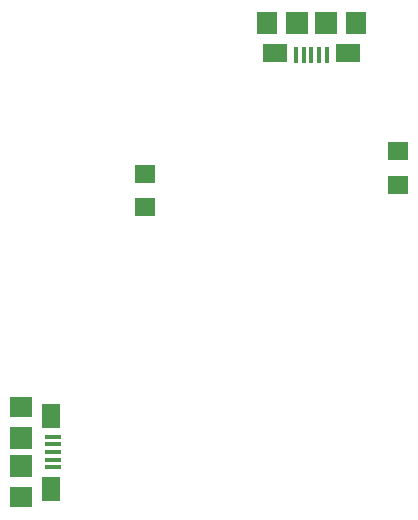
<source format=gbp>
%FSLAX34Y34*%
G04 Gerber Fmt 3.4, Leading zero omitted, Abs format*
G04 (created by PCBNEW (2013-11-28 BZR 4510)-product) date Thu 15 May 2014 02:09:21 PM EDT*
%MOIN*%
G01*
G70*
G90*
G04 APERTURE LIST*
%ADD10C,0.005906*%
%ADD11R,0.070900X0.062900*%
%ADD12R,0.074700X0.074700*%
%ADD13R,0.074700X0.074800*%
%ADD14R,0.074700X0.070700*%
%ADD15R,0.062900X0.082500*%
%ADD16R,0.053000X0.015700*%
%ADD17R,0.074800X0.074700*%
%ADD18R,0.070700X0.074700*%
%ADD19R,0.082500X0.062900*%
%ADD20R,0.015700X0.053000*%
G04 APERTURE END LIST*
G54D10*
G54D11*
X72480Y-42349D03*
X72480Y-41231D03*
X80910Y-41609D03*
X80910Y-40491D03*
G54D12*
X68352Y-50984D03*
G54D13*
X68352Y-50040D03*
G54D14*
X68352Y-49016D03*
G54D15*
X69356Y-51732D03*
G54D16*
X69406Y-51023D03*
X69406Y-50767D03*
X69406Y-50512D03*
X69406Y-50257D03*
X69406Y-50001D03*
G54D15*
X69356Y-49292D03*
G54D14*
X68352Y-52008D03*
G54D12*
X77554Y-36214D03*
G54D17*
X78498Y-36214D03*
G54D18*
X79522Y-36214D03*
G54D19*
X76806Y-37218D03*
G54D20*
X77515Y-37268D03*
X77771Y-37268D03*
X78026Y-37268D03*
X78281Y-37268D03*
X78537Y-37268D03*
G54D19*
X79246Y-37218D03*
G54D18*
X76530Y-36214D03*
M02*

</source>
